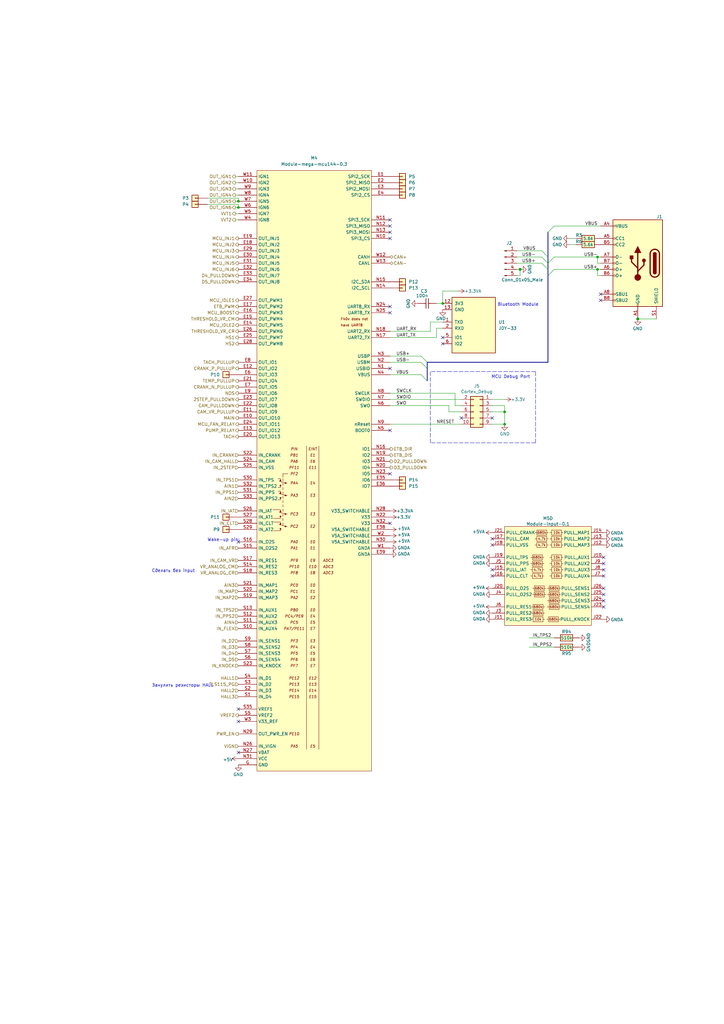
<source format=kicad_sch>
(kicad_sch (version 20230121) (generator eeschema)
  (paper "A3" portrait)
  (junction (at 207.01 173.99))
  (junction (at 261.62 130.81) (diameter 1.016))
  (junction (at 245.11 110.49))
  (junction (at 97.79 85.09))
  (junction (at 213.36 110.49) (diameter 1.016))
  (junction (at 97.79 82.55))
  (junction (at 245.11 105.41))
  (junction (at 207.01 168.91))
  (junction (at 181.61 124.46))
  (no_connect (at 97.79 222.25))
  (no_connect (at 160.02 97.79))
  (no_connect (at 246.38 123.19))
  (no_connect (at 247.65 233.68))
  (no_connect (at 160.02 92.71))
  (no_connect (at 97.79 290.83))
  (no_connect (at 160.02 151.13))
  (no_connect (at 247.65 236.22))
  (no_connect (at 160.02 90.17))
  (no_connect (at 247.65 241.3))
  (no_connect (at 160.02 214.63))
  (no_connect (at 247.65 231.14))
  (no_connect (at 201.93 233.68))
  (no_connect (at 160.02 128.27))
  (no_connect (at 160.02 95.25))
  (no_connect (at 247.65 246.38))
  (no_connect (at 247.65 243.84))
  (no_connect (at 189.23 171.45))
  (no_connect (at 201.93 223.52))
  (no_connect (at 201.93 236.22))
  (no_connect (at 181.61 138.43))
  (no_connect (at 201.93 171.45))
  (no_connect (at 247.65 228.6))
  (no_connect (at 247.65 248.92))
  (no_connect (at 181.61 140.97))
  (no_connect (at 160.02 176.53))
  (no_connect (at 160.02 194.31))
  (no_connect (at 201.93 220.98))
  (no_connect (at 97.79 308.61))
  (no_connect (at 97.79 295.91))
  (no_connect (at 160.02 125.73))
  (no_connect (at 246.38 120.65))
  (bus_entry (at 222.25 105.41) (size 2.54 2.54))
  (bus_entry (at 227.33 110.49) (size -2.54 2.54) (stroke (width 0.1524)))
  (bus_entry (at 222.25 107.95) (size 2.54 2.54))
  (bus_entry (at 172.72 148.59) (size 2.54 2.54) (stroke (width 0.1524)))
  (bus_entry (at 222.25 102.87) (size 2.54 2.54))
  (bus_entry (at 172.72 153.67) (size 2.54 2.54) (stroke (width 0.1524)))
  (bus_entry (at 227.33 105.41) (size -2.54 2.54) (stroke (width 0.1524)))
  (bus_entry (at 172.72 146.05) (size 2.54 2.54) (stroke (width 0.1524)))
  (bus_entry (at 227.33 92.71) (size -2.54 2.54) (stroke (width 0.1524)))
  (bus (pts (xy 224.79 105.41) (xy 224.79 107.95)))
  (wire (pts (xy 181.61 119.38) (xy 181.61 124.46)))
  (wire (pts (xy 217.17 261.62) (xy 227.33 261.62)))
  (bus (pts (xy 175.26 151.13) (xy 175.26 156.21)))
  (wire (pts (xy 176.53 135.89) (xy 176.53 132.08)))
  (wire (pts (xy 96.52 77.47) (xy 97.79 77.47)))
  (wire (pts (xy 96.52 87.63) (xy 97.79 87.63)))
  (wire (pts (xy 233.68 100.33) (xy 236.22 100.33)))
  (wire (pts (xy 179.07 124.46) (xy 181.61 124.46)))
  (wire (pts (xy 213.36 113.03) (xy 213.36 110.49)))
  (wire (pts (xy 160.02 138.43) (xy 179.07 138.43)))
  (wire (pts (xy 217.17 265.43) (xy 227.33 265.43)))
  (wire (pts (xy 160.02 161.29) (xy 186.69 161.29)))
  (wire (pts (xy 160.02 163.83) (xy 189.23 163.83)))
  (wire (pts (xy 96.52 82.55) (xy 97.79 82.55)))
  (wire (pts (xy 246.38 110.49) (xy 245.11 110.49)))
  (wire (pts (xy 96.52 90.17) (xy 97.79 90.17)))
  (wire (pts (xy 233.68 97.79) (xy 236.22 97.79)))
  (wire (pts (xy 160.02 146.05) (xy 172.72 146.05)))
  (wire (pts (xy 189.23 166.37) (xy 186.69 166.37)))
  (wire (pts (xy 160.02 153.67) (xy 172.72 153.67)))
  (wire (pts (xy 160.02 135.89) (xy 176.53 135.89)))
  (wire (pts (xy 207.01 168.91) (xy 207.01 173.99)))
  (wire (pts (xy 96.52 72.39) (xy 97.79 72.39)))
  (wire (pts (xy 160.02 166.37) (xy 184.15 166.37)))
  (wire (pts (xy 189.23 168.91) (xy 184.15 168.91)))
  (wire (pts (xy 245.11 107.95) (xy 245.11 105.41)))
  (wire (pts (xy 207.01 163.83) (xy 201.93 163.83)))
  (wire (pts (xy 222.25 107.95) (xy 212.09 107.95)))
  (wire (pts (xy 207.01 173.99) (xy 201.93 173.99)))
  (polyline (pts (xy 176.53 181.61) (xy 176.53 152.4)) (stroke (width 0) (type dash)))
  (wire (pts (xy 96.52 85.09) (xy 97.79 85.09)))
  (wire (pts (xy 201.93 166.37) (xy 207.01 166.37)))
  (wire (pts (xy 245.11 113.03) (xy 245.11 110.49)))
  (wire (pts (xy 181.61 132.08) (xy 176.53 132.08)))
  (bus (pts (xy 224.79 113.03) (xy 224.79 148.59)))
  (polyline (pts (xy 219.71 152.4) (xy 176.53 152.4)) (stroke (width 0) (type dash)))
  (wire (pts (xy 212.09 113.03) (xy 213.36 113.03)))
  (wire (pts (xy 245.11 110.49) (xy 227.33 110.49)))
  (wire (pts (xy 179.07 138.43) (xy 179.07 134.62)))
  (wire (pts (xy 160.02 148.59) (xy 172.72 148.59)))
  (wire (pts (xy 96.52 74.93) (xy 97.79 74.93)))
  (wire (pts (xy 96.52 80.01) (xy 97.79 80.01)))
  (wire (pts (xy 85.09 83.82) (xy 97.79 83.82)))
  (wire (pts (xy 160.02 173.99) (xy 189.23 173.99)))
  (wire (pts (xy 222.25 105.41) (xy 212.09 105.41)))
  (wire (pts (xy 269.24 130.81) (xy 261.62 130.81)))
  (bus (pts (xy 224.79 95.25) (xy 224.79 105.41)))
  (wire (pts (xy 184.15 168.91) (xy 184.15 166.37)))
  (wire (pts (xy 207.01 166.37) (xy 207.01 168.91)))
  (polyline (pts (xy 219.71 181.61) (xy 219.71 152.4)) (stroke (width 0) (type dash)))
  (wire (pts (xy 97.79 81.28) (xy 97.79 82.55)))
  (wire (pts (xy 246.38 113.03) (xy 245.11 113.03)))
  (wire (pts (xy 85.09 81.28) (xy 97.79 81.28)))
  (bus (pts (xy 224.79 148.59) (xy 175.26 148.59)))
  (wire (pts (xy 227.33 92.71) (xy 246.38 92.71)))
  (wire (pts (xy 186.69 166.37) (xy 186.69 161.29)))
  (wire (pts (xy 213.36 110.49) (xy 212.09 110.49)))
  (wire (pts (xy 97.79 83.82) (xy 97.79 85.09)))
  (wire (pts (xy 222.25 102.87) (xy 212.09 102.87)))
  (bus (pts (xy 224.79 107.95) (xy 224.79 110.49)))
  (bus (pts (xy 224.79 110.49) (xy 224.79 113.03)))
  (wire (pts (xy 181.61 119.38) (xy 187.96 119.38)))
  (wire (pts (xy 246.38 105.41) (xy 245.11 105.41)))
  (wire (pts (xy 246.38 107.95) (xy 245.11 107.95)))
  (polyline (pts (xy 219.71 181.61) (xy 176.53 181.61)) (stroke (width 0) (type dash)))
  (wire (pts (xy 245.11 105.41) (xy 227.33 105.41)))
  (bus (pts (xy 175.26 148.59) (xy 175.26 151.13)))
  (wire (pts (xy 201.93 168.91) (xy 207.01 168.91)))
  (wire (pts (xy 179.07 134.62) (xy 181.61 134.62)))
  (text "Занулить резисторы HALL" (at 62.23 281.94 0) (effects (font (size 1.27 1.27)) (justify left bottom)))
  (text "Bluetooth Module" (at 220.98 125.73 0) (effects (font (size 1.27 1.27)) (justify right bottom)))
  (text "MCU Debug Port" (at 217.4546 155.3723 0) (effects (font (size 1.27 1.27)) (justify right bottom)))
  (text "Wake-up pin:" (at 85.09 222.25 0) (effects (font (size 1.27 1.27)) (justify left bottom)))
  (text "Сделать без input" (at 62.23 234.95 0) (effects (font (size 1.27 1.27)) (justify left bottom)))
  (label "USB-" (at 162.56 148.59 0))
  (label "SWDIO" (at 162.56 163.83 0))
  (label "VBUS" (at 214.63 102.87 0))
  (label "IN_TPS2" (at 218.44 261.62 0))
  (label "USB+" (at 245.11 110.49 180))
  (label "IN_PPS2" (at 218.44 265.43 0))
  (label "NRESET" (at 179.07 173.99 0))
  (label "VBUS" (at 162.56 153.67 0))
  (label "USB+" (at 219.71 107.95 180))
  (label "VBUS" (at 240.03 92.71 0))
  (label "USB-" (at 245.11 105.41 180))
  (label "UART_TX" (at 162.56 138.43 0))
  (label "SWO" (at 162.56 166.37 0))
  (label "USB+" (at 162.56 146.05 0))
  (label "UART_RX" (at 162.56 135.89 0))
  (label "SWCLK" (at 162.56 161.29 0))
  (label "USB-" (at 219.71 105.41 180))
  (hierarchical_label "IN_PPS2" (shape input) (at 97.79 252.73 180))
  (hierarchical_label "IN_TPS1" (shape input) (at 97.79 196.85 180))
  (hierarchical_label "MCU_INJ4" (shape output) (at 97.79 105.41 180))
  (hierarchical_label "OUT_IGN5" (shape output) (at 96.52 82.55 180))
  (hierarchical_label "AIN2" (shape input) (at 97.79 204.47 180))
  (hierarchical_label "AIN1" (shape input) (at 97.79 199.39 180))
  (hierarchical_label "HALL1" (shape input) (at 97.79 278.13 180))
  (hierarchical_label "IN_PPS1" (shape input) (at 97.79 201.93 180))
  (hierarchical_label "MCU_INJ3" (shape output) (at 97.79 102.87 180))
  (hierarchical_label "IN_D3" (shape input) (at 97.79 265.43 180))
  (hierarchical_label "IN_CAM_HALL" (shape input) (at 97.79 189.23 180))
  (hierarchical_label "AIN3" (shape input) (at 97.79 240.03 180))
  (hierarchical_label "IN_MAP" (shape input) (at 97.79 242.57 180))
  (hierarchical_label "ETB_DIR" (shape output) (at 160.02 184.15 0))
  (hierarchical_label "CRANK_P_PULLUP" (shape output) (at 97.79 151.13 180))
  (hierarchical_label "VVT2" (shape output) (at 96.52 90.17 180))
  (hierarchical_label "HALL3" (shape input) (at 97.79 285.75 180))
  (hierarchical_label "THRESHOLD_VR_CR" (shape output) (at 97.79 135.89 180))
  (hierarchical_label "ETB_DIS" (shape output) (at 160.02 186.69 0))
  (hierarchical_label "2STEP_PULLDOWN" (shape output) (at 97.79 163.83 180))
  (hierarchical_label "MCU_FAN_RELAY" (shape output) (at 97.79 173.99 180))
  (hierarchical_label "OUT_IGN1" (shape output) (at 96.52 72.39 180))
  (hierarchical_label "HS1" (shape output) (at 97.79 138.43 180))
  (hierarchical_label "OUT_IGN6" (shape output) (at 96.52 85.09 180))
  (hierarchical_label "IN_CLT" (shape input) (at 97.79 214.63 180))
  (hierarchical_label "TACH_PULLUP" (shape output) (at 97.79 148.59 180))
  (hierarchical_label "NOS" (shape output) (at 97.79 161.29 180))
  (hierarchical_label "IN_D4" (shape input) (at 97.79 267.97 180))
  (hierarchical_label "MCU_INJ1" (shape output) (at 97.79 97.79 180))
  (hierarchical_label "TACH" (shape output) (at 97.79 179.07 180))
  (hierarchical_label "PWR_EN" (shape output) (at 97.79 300.99 180))
  (hierarchical_label "OUT_IGN3" (shape output) (at 96.52 77.47 180))
  (hierarchical_label "HALL2" (shape input) (at 97.79 283.21 180))
  (hierarchical_label "MCU_IDLE2" (shape output) (at 97.79 133.35 180))
  (hierarchical_label "D2_PULLDOWN" (shape output) (at 160.02 189.23 0))
  (hierarchical_label "THRESHOLD_VR_CM" (shape output) (at 97.79 130.81 180))
  (hierarchical_label "PUMP_RELAY" (shape output) (at 97.79 176.53 180))
  (hierarchical_label "MCU_IDLE1" (shape output) (at 97.79 123.19 180))
  (hierarchical_label "OUT_IGN2" (shape output) (at 96.52 74.93 180))
  (hierarchical_label "IN_MAP2" (shape input) (at 97.79 245.11 180))
  (hierarchical_label "VVT1" (shape output) (at 96.52 87.63 180))
  (hierarchical_label "AIN4" (shape input) (at 97.79 255.27 180))
  (hierarchical_label "D5_PULLDOWN" (shape output) (at 97.79 115.57 180))
  (hierarchical_label "CAM_PULLDOWN" (shape output) (at 97.79 166.37 180))
  (hierarchical_label "D3_PULLDOWN" (shape output) (at 160.02 191.77 0))
  (hierarchical_label "ETB_PWM" (shape output) (at 97.79 125.73 180))
  (hierarchical_label "CAN-" (shape bidirectional) (at 160.02 107.95 0))
  (hierarchical_label "MCU_INJ2" (shape output) (at 97.79 100.33 180))
  (hierarchical_label "MCU_BOOST" (shape output) (at 97.79 128.27 180))
  (hierarchical_label "IN_KNOCK" (shape input) (at 97.79 273.05 180))
  (hierarchical_label "IN_IAT" (shape input) (at 97.79 209.55 180))
  (hierarchical_label "VR_ANALOG_CM" (shape input) (at 97.79 232.41 180))
  (hierarchical_label "CRANK_N_PULLUP" (shape output) (at 97.79 158.75 180))
  (hierarchical_label "VIGN" (shape input) (at 97.79 306.07 180))
  (hierarchical_label "D4_PULLDOWN" (shape output) (at 97.79 113.03 180))
  (hierarchical_label "HS2" (shape output) (at 97.79 140.97 180))
  (hierarchical_label "MCU_INJ5" (shape output) (at 97.79 107.95 180))
  (hierarchical_label "IN_FLEX" (shape input) (at 97.79 257.81 180))
  (hierarchical_label "OUT_IGN4" (shape output) (at 96.52 80.01 180))
  (hierarchical_label "VR_ANALOG_CR" (shape input) (at 97.79 234.95 180))
  (hierarchical_label "IN_CRANK" (shape input) (at 97.79 186.69 180))
  (hierarchical_label "MCU_INJ6" (shape output) (at 97.79 110.49 180))
  (hierarchical_label "IN_2STEP" (shape input) (at 97.79 191.77 180))
  (hierarchical_label "VREF2" (shape output) (at 97.79 293.37 180))
  (hierarchical_label "IN_TPS2" (shape input) (at 97.79 250.19 180))
  (hierarchical_label "IN_AFR" (shape input) (at 97.79 224.79 180))
  (hierarchical_label "IN_CAM_VR" (shape input) (at 97.79 229.87 180))
  (hierarchical_label "MAIN" (shape output) (at 97.79 171.45 180))
  (hierarchical_label "TEMP_PULLUP" (shape output) (at 97.79 156.21 180))
  (hierarchical_label "CAN+" (shape bidirectional) (at 160.02 105.41 0))
  (hierarchical_label "IN_D2" (shape input) (at 97.79 262.89 180))
  (hierarchical_label "IN_D5" (shape input) (at 97.79 270.51 180))
  (hierarchical_label "TLS115_PG" (shape input) (at 97.79 280.67 180))
  (hierarchical_label "CAM_VR_PULLUP" (shape output) (at 97.79 168.91 180))
  (symbol (lib_id "hellen-one-common:Pad") (at 165.1 77.47 0) (unit 1)
    (property "Reference" "P7" (at 167.64 77.4699 0) (effects (justify left)))
    (property "Value" "Pad" (effects hide))
    (property "Footprint" "hellen-one-common:PAD-TH" (effects hide))
    (instances (project "alphax_4ch" (path "" (reference "P7") (unit 1)) (path "" (reference "P23") (unit 1))))
  )
  (symbol (lib_id "power:GND") (at 233.68 97.79 270) (mirror x) (unit 1)
    (property "Reference" "#PWR010" (effects hide))
    (property "Value" "GND" (at 228.6 97.79 90))
    (instances (project "alphax_4ch" (path "" (reference "#PWR010") (unit 1)) (path "" (reference "#PWR077") (unit 1))))
  )
  (symbol (lib_id "power:+5VA") (at 160.02 219.71 270) (mirror x) (unit 1)
    (property "Reference" "#PWR068" (effects hide))
    (property "Value" "+5VA" (at 165.6144 219.3417 90))
    (instances (project "alphax_4ch" (path "" (reference "#PWR068") (unit 1)) (path "" (reference "#PWR056") (unit 1))))
  )
  (symbol (lib_id "power:GNDA") (at 201.93 251.46 270) (unit 1)
    (property "Reference" "#PWR063" (effects hide))
    (property "Value" "GNDA" (at 196.492 251.2961 90))
    (instances (project "alphax_4ch" (path "" (reference "#PWR063") (unit 1)) (path "" (reference "#PWR072") (unit 1))))
  )
  (symbol (lib_id "hellen-one-common:Res") (at 227.33 265.43 0) (mirror x) (unit 1)
    (property "Reference" "R95" (at 232.41 267.97 0))
    (property "Value" "510k" (at 232.41 265.43 0))
    (property "Footprint" "hellen-one-common:R0603" (effects hide))
    (property "LCSC" "C23192" (effects hide))
    (instances (project "alphax_4ch" (path "" (reference "R95") (unit 1)) (path "" (reference "R34") (unit 1))))
  )
  (symbol (lib_id "hellen-one-common:Pad") (at 80.01 83.82 0) (mirror y) (unit 1)
    (property "Reference" "P4" (at 77.47 83.8199 0) (effects (justify left)))
    (property "Value" "Pad" (effects hide))
    (property "Footprint" "hellen-one-common:PAD-TH" (effects hide))
    (instances (project "alphax_4ch" (path "" (reference "P4") (unit 1)) (path "" (reference "P17") (unit 1))))
  )
  (symbol (lib_id "hellen-one-common:Res") (at 236.22 97.79 0) (mirror x) (unit 1)
    (property "Reference" "R3" (at 237.49 96.52 0))
    (property "Value" "5.6k" (at 241.3 97.79 0))
    (property "Footprint" "hellen-one-common:R0603" (effects hide))
    (property "LCSC" "C23189" (effects hide))
  )
  (symbol (lib_id "JDY-33:JDY-33") (at 185.42 133.858 0) (unit 1)
    (property "Reference" "U1" (at 204.47 132.08 0) (effects (justify left)))
    (property "Value" "JDY-33" (at 204.47 134.62 0) (effects (justify left)))
    (property "Footprint" "alphax-2ch:JDY-33" (effects hide))
    (property "Datasheet" "https://datasheet.lcsc.com/lcsc/2106070033_QIACHIP-WL9981TC_C2689544.pdf" (effects hide))
    (property "PARTREV" "v1.0" (effects hide))
    (property "MF" "HuiCheng" (effects hide))
    (property "STANDARD" "Manufacturer Recommendations" (effects hide))
    (instances (project "alphax_4ch" (path "" (reference "U1") (unit 1)) (path "" (reference "U4") (unit 1))))
  )
  (symbol (lib_id "power:+5V") (at 97.79 311.15 90) (mirror x) (unit 1)
    (property "Reference" "#PWR022" (effects hide))
    (property "Value" "+5V" (at 93.4656 311.5183 90))
    (instances (project "alphax_4ch" (path "" (reference "#PWR022") (unit 1)) (path "" (reference "#PWR051") (unit 1))))
  )
  (symbol (lib_id "power:GND") (at 213.36 110.49 90) (unit 1)
    (property "Reference" "#PWR012" (effects hide))
    (property "Value" "GND" (at 217.3034 110.4392 0))
    (instances (project "alphax_4ch" (path "" (reference "#PWR012") (unit 1)) (path "" (reference "#PWR076") (unit 1))))
  )
  (symbol (lib_id "power:GNDA") (at 160.02 224.79 90) (unit 1)
    (property "Reference" "#PWR072" (effects hide))
    (property "Value" "GNDA" (at 165.6144 224.6757 90))
    (instances (project "alphax_4ch" (path "" (reference "#PWR072") (unit 1)) (path "" (reference "#PWR060") (unit 1))))
  )
  (symbol (lib_name "Module-input-0.1_1") (lib_id "hellen-one-input-0.1:Module-input-0.1") (at 207.01 215.9 0) (unit 4)
    (property "Reference" "M5" (at 224.79 212.5938 0))
    (property "Value" "Module-input-0.1" (at 224.79 214.8925 0))
    (property "Footprint" "hellen-one-input-0.1:input" (effects hide))
  )
  (symbol (lib_id "power:+5VA") (at 160.02 222.25 270) (mirror x) (unit 1)
    (property "Reference" "#PWR071" (effects hide))
    (property "Value" "+5VA" (at 165.6144 221.8817 90))
    (instances (project "alphax_4ch" (path "" (reference "#PWR071") (unit 1)) (path "" (reference "#PWR057") (unit 1))))
  )
  (symbol (lib_id "Connector:USB_C_Receptacle_USB2.0") (at 261.62 107.95 0) (mirror y) (unit 1)
    (property "Reference" "J1" (at 270.51 88.9 0))
    (property "Value" "USB_C_Receptacle_USB2.0" (effects hide))
    (property "Footprint" "Connector_USB:USB_C_Receptacle_XKB_U262-16XN-4BVC11" (effects hide))
    (property "Datasheet" "https://www.usb.org/sites/default/files/documents/usb_type-c.zip" (effects hide))
    (property "LCSC" "C2927038" (effects hide))
  )
  (symbol (lib_id "power:GNDA") (at 247.65 254 90) (unit 1)
    (property "Reference" "#PWR083" (effects hide))
    (property "Value" "GNDA" (at 253.088 254.1639 90))
    (instances (project "alphax_4ch" (path "" (reference "#PWR083") (unit 1)) (path "" (reference "#PWR084") (unit 1))))
  )
  (symbol (lib_id "hellen-one-common:Pad") (at 165.1 72.39 0) (unit 1)
    (property "Reference" "P5" (at 167.64 72.3899 0) (effects (justify left)))
    (property "Value" "Pad" (effects hide))
    (property "Footprint" "hellen-one-common:PAD-TH" (effects hide))
    (instances (project "alphax_4ch" (path "" (reference "P5") (unit 1)) (path "" (reference "P21") (unit 1))))
  )
  (symbol (lib_id "hellen-one-common:Pad") (at 92.71 217.17 0) (mirror y) (unit 1)
    (property "Reference" "P9" (at 90.17 217.1699 0) (effects (justify left)))
    (property "Value" "Pad" (effects hide))
    (property "Footprint" "hellen-one-common:PAD-TH" (effects hide))
    (instances (project "alphax_4ch" (path "" (reference "P9") (unit 1)) (path "" (reference "P18") (unit 1))))
  )
  (symbol (lib_id "mega-mcu144:Module-mega-mcu144-0.3") (at 97.79 72.39 0) (unit 1)
    (property "Reference" "M4" (at 128.905 64.77 0))
    (property "Value" "Module-mega-mcu144-0.3" (at 128.905 67.31 0))
    (property "Footprint" "hellen-one-mega-mcu144-0.3:mega-mcu144" (effects hide))
    (property "PUBLISHER" "qwerty-off" (effects hide))
    (property "SUPPLIER PART NUMBER 1" "*" (effects hide))
    (property "SUPPLIER PART NUMBER 2" "*" (effects hide))
    (property "SUPPLIER 1" "Mouser" (effects hide))
    (property "SUPPLIER 2" "Digi-Key" (effects hide))
    (property "FITTED" "False" (effects hide))
    (property "SUPPLIER 3" "LCSC" (effects hide))
    (property "TYPE" "Module" (effects hide))
    (instances (project "alphax_4ch" (path "" (reference "M4") (unit 1)) (path "" (reference "M7") (unit 1))))
  )
  (symbol (lib_id "power:GND") (at 207.01 173.99 0) (unit 1)
    (property "Reference" "#PWR081" (effects hide))
    (property "Value" "GND" (at 207.0608 177.9334 0))
    (instances (project "alphax_4ch" (path "" (reference "#PWR081") (unit 1)) (path "" (reference "#PWR075") (unit 1))))
  )
  (symbol (lib_id "power:+5VA") (at 201.93 248.92 90) (unit 1)
    (property "Reference" "#PWR0153" (effects hide))
    (property "Value" "+5VA" (at 196.3356 248.5517 90))
    (instances (project "alphax_4ch" (path "" (reference "#PWR0153") (unit 1)) (path "" (reference "#PWR071") (unit 1))))
  )
  (symbol (lib_id "hellen-one-common:Pad") (at 165.1 196.85 0) (unit 1)
    (property "Reference" "P14" (at 167.64 196.8499 0) (effects (justify left)))
    (property "Value" "Pad" (effects hide))
    (property "Footprint" "hellen-one-common:PAD-TH" (effects hide))
    (instances (project "alphax_4ch" (path "" (reference "P14") (unit 1)) (path "" (reference "P27") (unit 1))))
  )
  (symbol (lib_id "power:+3.3V") (at 207.01 163.83 270) (unit 1)
    (property "Reference" "#PWR074" (effects hide))
    (property "Value" "+3.3V" (at 209.55 163.83 90) (effects (justify left)))
  )
  (symbol (lib_id "power:GNDA") (at 247.65 218.44 90) (unit 1)
    (property "Reference" "#PWR0109" (effects hide))
    (property "Value" "GNDA" (at 253.088 218.6039 90))
    (instances (project "alphax_4ch" (path "" (reference "#PWR0109") (unit 1)) (path "" (reference "#PWR081") (unit 1))))
  )
  (symbol (lib_id "power:+5VA") (at 201.93 218.44 90) (unit 1)
    (property "Reference" "#PWR054" (effects hide))
    (property "Value" "+5VA" (at 196.3356 218.0717 90))
    (instances (project "alphax_4ch" (path "" (reference "#PWR054") (unit 1)) (path "" (reference "#PWR065") (unit 1))))
  )
  (symbol (lib_id "hellen-one-common:Pad") (at 165.1 80.01 0) (unit 1)
    (property "Reference" "P8" (at 167.64 80.0099 0) (effects (justify left)))
    (property "Value" "Pad" (effects hide))
    (property "Footprint" "hellen-one-common:PAD-TH" (effects hide))
    (instances (project "alphax_4ch" (path "" (reference "P8") (unit 1)) (path "" (reference "P24") (unit 1))))
  )
  (symbol (lib_id "hellen-one-common:Pad") (at 165.1 118.11 0) (unit 1)
    (property "Reference" "P13" (at 167.64 118.1099 0) (effects (justify left)))
    (property "Value" "Pad" (effects hide))
    (property "Footprint" "hellen-one-common:PAD-TH" (effects hide))
    (instances (project "alphax_4ch" (path "" (reference "P13") (unit 1)) (path "" (reference "P26") (unit 1))))
  )
  (symbol (lib_id "power:GND") (at 97.79 313.69 0) (mirror y) (unit 1)
    (property "Reference" "#PWR030" (effects hide))
    (property "Value" "GND" (at 97.7392 317.6334 0))
    (instances (project "alphax_4ch" (path "" (reference "#PWR030") (unit 1)) (path "" (reference "#PWR052") (unit 1))))
  )
  (symbol (lib_id "hellen-one-common:Pad") (at 165.1 115.57 0) (unit 1)
    (property "Reference" "P12" (at 167.64 115.5699 0) (effects (justify left)))
    (property "Value" "Pad" (effects hide))
    (property "Footprint" "hellen-one-common:PAD-TH" (effects hide))
    (instances (project "alphax_4ch" (path "" (reference "P12") (unit 1)) (path "" (reference "P25") (unit 1))))
  )
  (symbol (lib_id "power:+5VA") (at 160.02 217.17 270) (mirror x) (unit 1)
    (property "Reference" "#PWR067" (effects hide))
    (property "Value" "+5VA" (at 165.6144 216.8017 90))
    (instances (project "alphax_4ch" (path "" (reference "#PWR067") (unit 1)) (path "" (reference "#PWR055") (unit 1))))
  )
  (symbol (lib_id "Connector:Conn_01x05_Male") (at 207.01 107.95 0) (unit 1)
    (property "Reference" "J2" (at 210.1087 99.7394 0) (effects (justify right)))
    (property "Value" "Conn_01x05_Male" (at 222.8087 114.7381 0) (effects (justify right)))
    (property "Footprint" "Connector_Molex:Molex_SPOX_5267-05A_1x05_P2.50mm_Vertical" (effects hide))
    (instances (project "alphax_4ch" (path "" (reference "J2") (unit 1)) (path "" (reference "J5") (unit 1))))
  )
  (symbol (lib_id "power:GNDA") (at 201.93 231.14 270) (unit 1)
    (property "Reference" "#PWR057" (effects hide))
    (property "Value" "GNDA" (at 196.492 230.9761 90))
    (instances (project "alphax_4ch" (path "" (reference "#PWR057") (unit 1)) (path "" (reference "#PWR067") (unit 1))))
  )
  (symbol (lib_id "hellen-one-common:Res") (at 236.22 100.33 0) (mirror x) (unit 1)
    (property "Reference" "R6" (at 237.49 99.06 0))
    (property "Value" "5.6k" (at 241.3 100.33 0))
    (property "Footprint" "hellen-one-common:R0603" (effects hide))
    (property "LCSC" "C23189" (effects hide))
  )
  (symbol (lib_id "power:GND") (at 237.49 261.62 90) (unit 1)
    (property "Reference" "#PWR0104" (effects hide))
    (property "Value" "GND" (at 241.4334 261.5692 0))
    (instances (project "alphax_4ch" (path "" (reference "#PWR0104") (unit 1)) (path "" (reference "#PWR079") (unit 1))))
  )
  (symbol (lib_id "hellen-one-common:Pad") (at 165.1 74.93 0) (unit 1)
    (property "Reference" "P6" (at 167.64 74.9299 0) (effects (justify left)))
    (property "Value" "Pad" (effects hide))
    (property "Footprint" "hellen-one-common:PAD-TH" (effects hide))
    (instances (project "alphax_4ch" (path "" (reference "P6") (unit 1)) (path "" (reference "P22") (unit 1))))
  )
  (symbol (lib_id "power:+5VA") (at 201.93 241.3 90) (unit 1)
    (property "Reference" "#PWR060" (effects hide))
    (property "Value" "+5VA" (at 196.3356 240.9317 90))
    (instances (project "alphax_4ch" (path "" (reference "#PWR060") (unit 1)) (path "" (reference "#PWR068") (unit 1))))
  )
  (symbol (lib_id "hellen-one-common:Pad") (at 92.71 212.09 0) (mirror y) (unit 1)
    (property "Reference" "P11" (at 90.17 212.0899 0) (effects (justify left)))
    (property "Value" "Pad" (effects hide))
    (property "Footprint" "hellen-one-common:PAD-TH" (effects hide))
    (instances (project "alphax_4ch" (path "" (reference "P11") (unit 1)) (path "" (reference "P20") (unit 1))))
  )
  (symbol (lib_id "power:GND") (at 171.45 124.46 270) (unit 1)
    (property "Reference" "#PWR076" (effects hide))
    (property "Value" "GND" (at 167.5066 124.5108 0))
    (instances (project "alphax_4ch" (path "" (reference "#PWR076") (unit 1)) (path "" (reference "#PWR062") (unit 1))))
  )
  (symbol (lib_id "hellen-one-common:Pad") (at 80.01 81.28 0) (mirror y) (unit 1)
    (property "Reference" "P3" (at 77.47 81.2799 0) (effects (justify left)))
    (property "Value" "Pad" (effects hide))
    (property "Footprint" "hellen-one-common:PAD-TH" (effects hide))
    (instances (project "alphax_4ch" (path "" (reference "P3") (unit 1)) (path "" (reference "P16") (unit 1))))
  )
  (symbol (lib_id "power:GND") (at 181.61 127 0) (unit 1)
    (property "Reference" "#PWR079" (effects hide))
    (property "Value" "GND" (at 180.8705 130.6572 0))
    (instances (project "alphax_4ch" (path "" (reference "#PWR079") (unit 1)) (path "" (reference "#PWR063") (unit 1))))
  )
  (symbol (lib_id "hellen-one-common:Pad") (at 92.71 153.67 0) (mirror y) (unit 1)
    (property "Reference" "P10" (at 90.17 153.6699 0) (effects (justify left)))
    (property "Value" "Pad" (effects hide))
    (property "Footprint" "hellen-one-common:PAD-TH" (effects hide))
    (instances (project "alphax_4ch" (path "" (reference "P10") (unit 1)) (path "" (reference "P19") (unit 1))))
  )
  (symbol (lib_id "power:GNDA") (at 201.93 228.6 270) (unit 1)
    (property "Reference" "#PWR056" (effects hide))
    (property "Value" "GNDA" (at 196.492 228.4361 90))
    (instances (project "alphax_4ch" (path "" (reference "#PWR056") (unit 1)) (path "" (reference "#PWR066") (unit 1))))
  )
  (symbol (lib_id "power:+3.3VA") (at 160.02 209.55 270) (unit 1)
    (property "Reference" "#PWR053" (effects hide))
    (property "Value" "+3.3VA" (at 162.56 209.55 90) (effects (justify left)))
  )
  (symbol (lib_id "power:GNDA") (at 201.93 243.84 270) (unit 1)
    (property "Reference" "#PWR061" (effects hide))
    (property "Value" "GNDA" (at 196.492 243.6761 90))
    (instances (project "alphax_4ch" (path "" (reference "#PWR061") (unit 1)) (path "" (reference "#PWR070") (unit 1))))
  )
  (symbol (lib_id "power:GND") (at 261.62 130.81 0) (mirror y) (unit 1)
    (property "Reference" "#PWR05" (effects hide))
    (property "Value" "GND" (at 261.5692 134.7534 0))
    (instances (project "alphax_4ch" (path "" (reference "#PWR05") (unit 1)) (path "" (reference "#PWR085") (unit 1))))
  )
  (symbol (lib_id "power:+3.3VA") (at 187.96 119.38 270) (unit 1)
    (property "Reference" "#PWR064" (effects hide))
    (property "Value" "+3.3VA" (at 190.5 119.38 90) (effects (justify left)))
  )
  (symbol (lib_id "hellen-one-common:Cap") (at 175.26 124.46 0) (unit 1)
    (property "Reference" "C3" (at 175.26 119.38 0) (effects (justify right)))
    (property "Value" "100n" (at 175.6323 121.2695 0) (effects (justify right)))
    (property "Footprint" "hellen-one-common:C0603" (effects hide))
    (property "LCSC" "C14663" (effects hide))
    (instances (project "alphax_4ch" (path "" (reference "C3") (unit 1)) (path "" (reference "C19") (unit 1))))
  )
  (symbol (lib_id "power:GNDA") (at 247.65 223.52 90) (unit 1)
    (property "Reference" "#PWR074" (effects hide))
    (property "Value" "GNDA" (at 253.088 223.6839 90))
    (instances (project "alphax_4ch" (path "" (reference "#PWR074") (unit 1)) (path "" (reference "#PWR083") (unit 1))))
  )
  (symbol (lib_id "hellen-one-common:Pad") (at 165.1 199.39 0) (unit 1)
    (property "Reference" "P15" (at 167.64 199.3899 0) (effects (justify left)))
    (property "Value" "Pad" (effects hide))
    (property "Footprint" "hellen-one-common:PAD-TH" (effects hide))
    (instances (project "alphax_4ch" (path "" (reference "P15") (unit 1)) (path "" (reference "P28") (unit 1))))
  )
  (symbol (lib_id "power:GNDA") (at 201.93 254 270) (unit 1)
    (property "Reference" "#PWR064" (effects hide))
    (property "Value" "GNDA" (at 196.492 253.8361 90))
    (instances (project "alphax_4ch" (path "" (reference "#PWR064") (unit 1)) (path "" (reference "#PWR073") (unit 1))))
  )
  (symbol (lib_id "power:GND") (at 233.68 100.33 270) (mirror x) (unit 1)
    (property "Reference" "#PWR011" (effects hide))
    (property "Value" "GND" (at 228.6 100.33 90))
    (instances (project "alphax_4ch" (path "" (reference "#PWR011") (unit 1)) (path "" (reference "#PWR078") (unit 1))))
  )
  (symbol (lib_id "power:+3.3V") (at 160.02 212.09 270) (unit 1)
    (property "Reference" "#PWR054" (effects hide))
    (property "Value" "+3.3V" (at 162.56 212.09 90) (effects (justify left)))
  )
  (symbol (lib_id "power:GND") (at 237.49 265.43 90) (unit 1)
    (property "Reference" "#PWR0131" (effects hide))
    (property "Value" "GND" (at 241.4334 265.3792 0))
    (instances (project "alphax_4ch" (path "" (reference "#PWR0131") (unit 1)) (path "" (reference "#PWR080") (unit 1))))
  )
  (symbol (lib_id "power:GNDA") (at 247.65 220.98 90) (unit 1)
    (property "Reference" "#PWR073" (effects hide))
    (property "Value" "GNDA" (at 253.088 221.1439 90))
    (instances (project "alphax_4ch" (path "" (reference "#PWR073") (unit 1)) (path "" (reference "#PWR082") (unit 1))))
  )
  (symbol (lib_id "power:GNDA") (at 160.02 227.33 90) (unit 1)
    (property "Reference" "#PWR075" (effects hide))
    (property "Value" "GNDA" (at 165.6144 227.2157 90))
    (instances (project "alphax_4ch" (path "" (reference "#PWR075") (unit 1)) (path "" (reference "#PWR061") (unit 1))))
  )
  (symbol (lib_id "Connector_Generic:Conn_02x05_Odd_Even") (at 196.85 168.91 0) (mirror y) (unit 1)
    (property "Reference" "J5" (at 195.58 158.3182 0))
    (property "Value" "Cortex_Debug" (at 195.58 160.6296 0))
    (property "Footprint" "hellen-one-common:PinHeader_2x05_P1.27mm_Vertical_SMD" (effects hide))
    (property "PN" "FTSH-105-01-F-DV-007-K" (effects hide))
    (property "LCSC" "C448647" (effects hide))
    (instances (project "alphax_4ch" (path "" (reference "J5") (unit 1)) (path "" (reference "J2") (unit 1))))
  )
  (symbol (lib_id "hellen-one-common:Res") (at 227.33 261.62 0) (mirror x) (unit 1)
    (property "Reference" "R94" (at 232.41 259.08 0))
    (property "Value" "510k" (at 232.41 261.62 0))
    (property "Footprint" "hellen-one-common:R0603" (effects hide))
    (property "LCSC" "C23192" (effects hide))
    (instances (project "alphax_4ch" (path "" (reference "R94") (unit 1)) (path "" (reference "R26") (unit 1))))
  )
)
</source>
